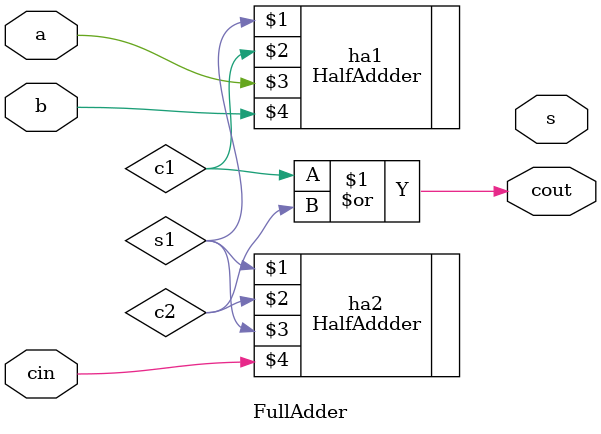
<source format=v>
module FullAdder(s,cout,a,b,cin);
	input a,b,cin;
	output s,cout;
	wire c1,c2,s1;
	HalfAddder ha1(s1,c1,a,b);
	HalfAddder ha2(s1,c2,s1,cin);
	or(cout,c1,c2);
endmodule

</source>
